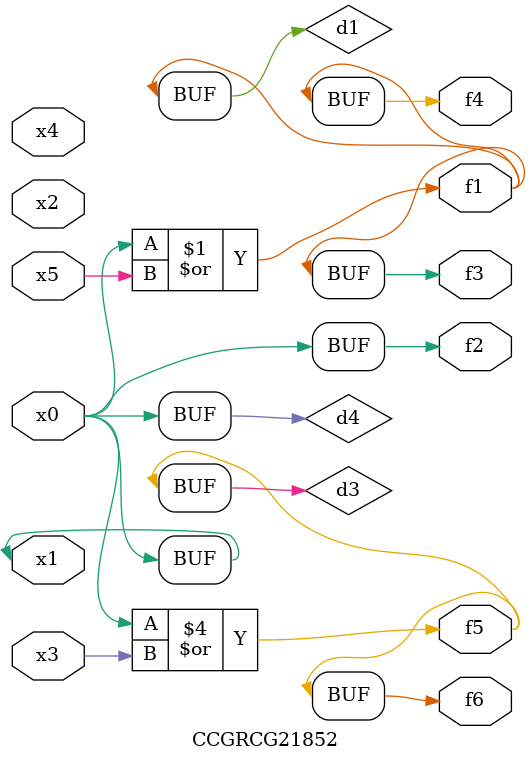
<source format=v>
module CCGRCG21852(
	input x0, x1, x2, x3, x4, x5,
	output f1, f2, f3, f4, f5, f6
);

	wire d1, d2, d3, d4;

	or (d1, x0, x5);
	xnor (d2, x1, x4);
	or (d3, x0, x3);
	buf (d4, x0, x1);
	assign f1 = d1;
	assign f2 = d4;
	assign f3 = d1;
	assign f4 = d1;
	assign f5 = d3;
	assign f6 = d3;
endmodule

</source>
